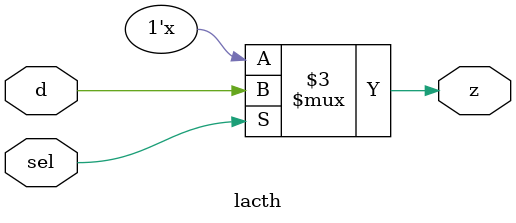
<source format=v>
`timescale 1ns / 1ps


module lacth ( d,z,sel);
    input d,sel;
    output z;
// Èç¹ûÔÚ¸ø¶¨µÄÌõ¼þÏÂ±äÁ¿Ã»ÓÐ¸³Öµ£¬Õâ¸ö±äÁ¿½«±£³ÖÔ­Öµ£¬»áÉú³ÉÒ»¸öËø´æÆ÷
    always @(sel or d) begin
    if(sel == 1'b1)
        z <= d; // ·Ç×èÈû¸³Öµ¡£
    end
endmodule

</source>
